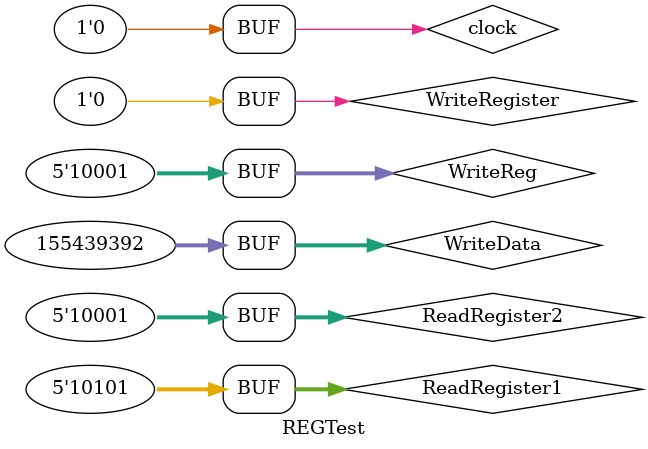
<source format=v>
`timescale 1ns / 1ps


module REGTest;

	// Inputs
	reg clock;
	reg WriteRegister;
	reg [4:0] ReadRegister1;
	reg [4:0] ReadRegister2;
	reg [4:0] WriteReg;
	reg [31:0] WriteData;

	// Outputs
	wire [31:0] ReadData1;
	wire [31:0] ReadData2;

	// Instantiate the Unit Under Test (UUT)
	Register uut (
		.clock(clock), 
		.WriteRegister(WriteRegister), 
		.ReadRegister1(ReadRegister1), 
		.ReadRegister2(ReadRegister2), 
		.WriteReg(WriteReg), 
		.WriteData(WriteData), 
		.ReadData1(ReadData1), 
		.ReadData2(ReadData2)
	);
	
	always
  begin
    #5 clock = 1;
    #5 clock = 0;
  end

	initial begin
		// Initialize Inputs
		clock = 0;
		WriteRegister = 0;
		ReadRegister1 = 0;
		ReadRegister2 = 0;
		WriteReg = 0;
		WriteData = 0;

		// Wait 100 ns for global reset to finis		
		#100;
		
		WriteRegister = 1;
		WriteReg = 5'b00111;
		WriteData = 32'b000001010000111100000100100000;
		#10;
		
		WriteRegister = 0;
		ReadRegister1 = 5'b00111;
		ReadRegister2 = 0;
		#15;
		
		
		WriteRegister = 1;
		WriteReg = 5'b10101;
		WriteData = 32'b001101010000111100000100100111;
		#20;
		
		WriteRegister = 0;
		ReadRegister1 = 0;
		ReadRegister2 = 5'b10101;
		#25;
		
		
		
		WriteRegister = 1;
		WriteReg = 5'b10001;
		WriteData = 32'b001001010000111101000100100000;
		#30;
		
		WriteRegister = 0;
		ReadRegister1 = 5'b10101;
		ReadRegister2 = 5'b10001;
		#40;
        
		// Add stimulus here

	end
      
endmodule


</source>
